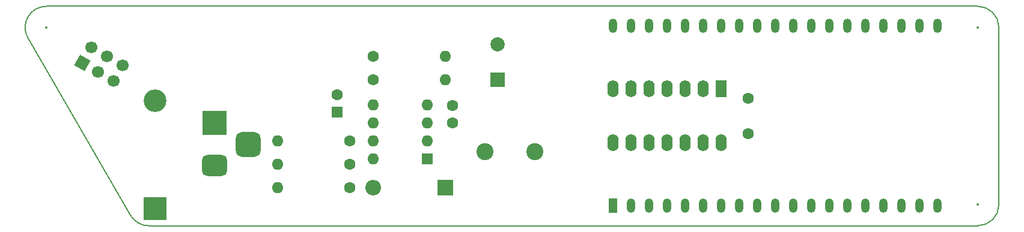
<source format=gbr>
G04 #@! TF.GenerationSoftware,KiCad,Pcbnew,8.0.3*
G04 #@! TF.CreationDate,2024-08-02T00:59:49+02:00*
G04 #@! TF.ProjectId,Controller,436f6e74-726f-46c6-9c65-722e6b696361,rev?*
G04 #@! TF.SameCoordinates,Original*
G04 #@! TF.FileFunction,Profile,NP*
%FSLAX46Y46*%
G04 Gerber Fmt 4.6, Leading zero omitted, Abs format (unit mm)*
G04 Created by KiCad (PCBNEW 8.0.3) date 2024-08-02 00:59:49*
%MOMM*%
%LPD*%
G01*
G04 APERTURE LIST*
G04 Aperture macros list*
%AMRoundRect*
0 Rectangle with rounded corners*
0 $1 Rounding radius*
0 $2 $3 $4 $5 $6 $7 $8 $9 X,Y pos of 4 corners*
0 Add a 4 corners polygon primitive as box body*
4,1,4,$2,$3,$4,$5,$6,$7,$8,$9,$2,$3,0*
0 Add four circle primitives for the rounded corners*
1,1,$1+$1,$2,$3*
1,1,$1+$1,$4,$5*
1,1,$1+$1,$6,$7*
1,1,$1+$1,$8,$9*
0 Add four rect primitives between the rounded corners*
20,1,$1+$1,$2,$3,$4,$5,0*
20,1,$1+$1,$4,$5,$6,$7,0*
20,1,$1+$1,$6,$7,$8,$9,0*
20,1,$1+$1,$8,$9,$2,$3,0*%
%AMHorizOval*
0 Thick line with rounded ends*
0 $1 width*
0 $2 $3 position (X,Y) of the first rounded end (center of the circle)*
0 $4 $5 position (X,Y) of the second rounded end (center of the circle)*
0 Add line between two ends*
20,1,$1,$2,$3,$4,$5,0*
0 Add two circle primitives to create the rounded ends*
1,1,$1,$2,$3*
1,1,$1,$4,$5*%
%AMRotRect*
0 Rectangle, with rotation*
0 The origin of the aperture is its center*
0 $1 length*
0 $2 width*
0 $3 Rotation angle, in degrees counterclockwise*
0 Add horizontal line*
21,1,$1,$2,0,0,$3*%
G04 Aperture macros list end*
G04 #@! TA.AperFunction,Profile*
%ADD10C,0.200000*%
G04 #@! TD*
G04 #@! TA.AperFunction,ComponentPad*
%ADD11R,3.200000X3.200000*%
G04 #@! TD*
G04 #@! TA.AperFunction,ComponentPad*
%ADD12O,3.200000X3.200000*%
G04 #@! TD*
G04 #@! TA.AperFunction,ComponentPad*
%ADD13R,1.600000X2.400000*%
G04 #@! TD*
G04 #@! TA.AperFunction,ComponentPad*
%ADD14O,1.600000X2.400000*%
G04 #@! TD*
G04 #@! TA.AperFunction,ComponentPad*
%ADD15C,1.600000*%
G04 #@! TD*
G04 #@! TA.AperFunction,ComponentPad*
%ADD16O,1.600000X1.600000*%
G04 #@! TD*
G04 #@! TA.AperFunction,ComponentPad*
%ADD17R,2.200000X2.200000*%
G04 #@! TD*
G04 #@! TA.AperFunction,ComponentPad*
%ADD18O,2.200000X2.200000*%
G04 #@! TD*
G04 #@! TA.AperFunction,ComponentPad*
%ADD19R,2.000000X2.000000*%
G04 #@! TD*
G04 #@! TA.AperFunction,ComponentPad*
%ADD20C,2.000000*%
G04 #@! TD*
G04 #@! TA.AperFunction,ComponentPad*
%ADD21R,1.600000X1.600000*%
G04 #@! TD*
G04 #@! TA.AperFunction,ComponentPad*
%ADD22R,1.200000X2.000000*%
G04 #@! TD*
G04 #@! TA.AperFunction,ComponentPad*
%ADD23O,1.200000X2.000000*%
G04 #@! TD*
G04 #@! TA.AperFunction,ComponentPad*
%ADD24R,3.500000X3.500000*%
G04 #@! TD*
G04 #@! TA.AperFunction,ComponentPad*
%ADD25RoundRect,0.750000X1.000000X-0.750000X1.000000X0.750000X-1.000000X0.750000X-1.000000X-0.750000X0*%
G04 #@! TD*
G04 #@! TA.AperFunction,ComponentPad*
%ADD26RoundRect,0.875000X0.875000X-0.875000X0.875000X0.875000X-0.875000X0.875000X-0.875000X-0.875000X0*%
G04 #@! TD*
G04 #@! TA.AperFunction,ComponentPad*
%ADD27RotRect,1.700000X1.700000X60.000000*%
G04 #@! TD*
G04 #@! TA.AperFunction,ComponentPad*
%ADD28HorizOval,1.700000X0.000000X0.000000X0.000000X0.000000X0*%
G04 #@! TD*
G04 #@! TA.AperFunction,ComponentPad*
%ADD29C,2.400000*%
G04 #@! TD*
%ADD30C,0.350000*%
%ADD31O,3.000000X1.000000*%
%ADD32O,1.000000X3.000000*%
G04 APERTURE END LIST*
D10*
X124680469Y-126559101D02*
G75*
G02*
X122085394Y-125064261I131J3000201D01*
G01*
X241448401Y-95559103D02*
X110234671Y-95559102D01*
X107648600Y-100059062D02*
X122085369Y-125064276D01*
X107648600Y-100059062D02*
G75*
G02*
X110234671Y-95559097I2598060J1500002D01*
G01*
X241448401Y-95559103D02*
G75*
G02*
X244448397Y-98559103I-1J-2999997D01*
G01*
X244448403Y-123559104D02*
X244448403Y-98559103D01*
X244448403Y-123559104D02*
G75*
G02*
X241448407Y-126559103I-3000003J4D01*
G01*
X124680469Y-126559101D02*
X241448407Y-126559102D01*
D11*
X125566408Y-124163099D03*
D12*
X125566408Y-108923099D03*
D13*
X205322408Y-107243101D03*
D14*
X202782408Y-107243101D03*
X200242408Y-107243101D03*
X197702408Y-107243101D03*
X195162408Y-107243101D03*
X192622408Y-107243101D03*
X190082408Y-107243101D03*
X190082408Y-114863101D03*
X192622407Y-114863101D03*
X195162408Y-114863101D03*
X197702407Y-114863101D03*
X200242408Y-114863101D03*
X202782407Y-114863101D03*
X205322408Y-114863101D03*
D15*
X152998408Y-121203100D03*
D16*
X142838408Y-121203100D03*
D15*
X156300408Y-102661101D03*
D16*
X166460408Y-102661101D03*
D17*
X166460405Y-121203101D03*
D18*
X156300405Y-121203101D03*
D19*
X173826408Y-105963099D03*
D20*
X173826408Y-100963099D03*
D15*
X152998410Y-114599100D03*
D16*
X142838410Y-114599100D03*
D21*
X151220408Y-110535101D03*
D15*
X151220408Y-108035101D03*
X152998407Y-117901100D03*
D16*
X142838407Y-117901100D03*
D22*
X190082407Y-123743101D03*
D23*
X192622407Y-123743101D03*
X195162407Y-123743101D03*
X197702407Y-123743101D03*
X200242407Y-123743101D03*
X202782407Y-123743101D03*
X205322407Y-123743101D03*
X207862407Y-123743101D03*
X210402407Y-123743101D03*
X212942407Y-123743101D03*
X215482407Y-123743101D03*
X218022407Y-123743101D03*
X220562407Y-123743101D03*
X223102407Y-123743101D03*
X225642407Y-123743101D03*
X228182407Y-123743101D03*
X230722407Y-123743101D03*
X233262407Y-123743101D03*
X235802407Y-123743101D03*
X235799687Y-98346781D03*
X233259687Y-98346781D03*
X230722407Y-98343101D03*
X228182407Y-98343101D03*
X225642407Y-98343101D03*
X223102407Y-98343101D03*
X220562407Y-98343101D03*
X218022407Y-98343101D03*
X215482407Y-98343101D03*
X212942407Y-98343101D03*
X210402407Y-98343101D03*
X207862407Y-98343101D03*
X205322407Y-98343101D03*
X202782407Y-98343101D03*
X200242407Y-98343101D03*
X197702407Y-98343101D03*
X195162407Y-98343101D03*
X192622408Y-98343101D03*
X190082407Y-98343101D03*
D24*
X133948406Y-112059103D03*
D25*
X133948406Y-118059103D03*
D26*
X138648406Y-115059103D03*
D15*
X209082404Y-113543101D03*
X209082404Y-108543101D03*
D27*
X115316000Y-103545705D03*
D28*
X116586000Y-101346000D03*
X117515705Y-104815705D03*
X118785705Y-102616000D03*
X119715409Y-106085705D03*
X120985409Y-103886000D03*
D15*
X156300409Y-105963100D03*
D16*
X166460409Y-105963100D03*
D21*
X163920407Y-117139101D03*
D16*
X163920407Y-114599101D03*
X163920407Y-112059101D03*
X163920407Y-109519101D03*
X156300407Y-109519100D03*
X156300407Y-112059101D03*
X156300407Y-114599100D03*
X156300407Y-117139101D03*
D15*
X167476407Y-112059102D03*
X167476407Y-109559102D03*
D29*
X172048408Y-116123101D03*
X179048408Y-116123101D03*
D30*
X125566408Y-124163099D03*
X125566408Y-108923099D03*
X205322408Y-107243101D03*
X202782408Y-107243101D03*
X200242408Y-107243101D03*
X197702408Y-107243101D03*
X195162408Y-107243101D03*
X192622408Y-107243101D03*
X190082408Y-107243101D03*
X190082408Y-114863101D03*
X192622407Y-114863101D03*
X195162408Y-114863101D03*
X197702407Y-114863101D03*
X200242408Y-114863101D03*
X202782407Y-114863101D03*
X205322408Y-114863101D03*
X152998408Y-121203100D03*
X142838408Y-121203100D03*
X156300408Y-102661101D03*
X166460408Y-102661101D03*
X166460405Y-121203101D03*
X156300405Y-121203101D03*
X173826408Y-105963099D03*
X173826408Y-100963099D03*
X152998410Y-114599100D03*
X142838410Y-114599100D03*
X151220408Y-110535101D03*
X151220408Y-108035101D03*
X152998407Y-117901100D03*
X142838407Y-117901100D03*
X190082407Y-123743101D03*
X192622407Y-123743101D03*
X195162407Y-123743101D03*
X197702407Y-123743101D03*
X200242407Y-123743101D03*
X202782407Y-123743101D03*
X205322407Y-123743101D03*
X207862407Y-123743101D03*
X210402407Y-123743101D03*
X212942407Y-123743101D03*
X215482407Y-123743101D03*
X218022407Y-123743101D03*
X220562407Y-123743101D03*
X223102407Y-123743101D03*
X225642407Y-123743101D03*
X228182407Y-123743101D03*
X230722407Y-123743101D03*
X233262407Y-123743101D03*
X235802407Y-123743101D03*
X235799687Y-98346781D03*
X233259687Y-98346781D03*
X230722407Y-98343101D03*
X228182407Y-98343101D03*
X225642407Y-98343101D03*
X223102407Y-98343101D03*
X220562407Y-98343101D03*
X218022407Y-98343101D03*
X215482407Y-98343101D03*
X212942407Y-98343101D03*
X210402407Y-98343101D03*
X207862407Y-98343101D03*
X205322407Y-98343101D03*
X202782407Y-98343101D03*
X200242407Y-98343101D03*
X197702407Y-98343101D03*
X195162407Y-98343101D03*
X192622408Y-98343101D03*
X190082407Y-98343101D03*
D31*
X133948406Y-112059103D03*
X133948406Y-118059103D03*
D32*
X138648406Y-115059103D03*
D30*
X209082404Y-113543101D03*
X209082404Y-108543101D03*
X115316000Y-103545705D03*
X116586000Y-101346000D03*
X117515705Y-104815705D03*
X118785705Y-102616000D03*
X119715409Y-106085705D03*
X120985409Y-103886000D03*
X156300409Y-105963100D03*
X166460409Y-105963100D03*
X163920407Y-117139101D03*
X163920407Y-114599101D03*
X163920407Y-112059101D03*
X163920407Y-109519101D03*
X156300407Y-109519100D03*
X156300407Y-112059101D03*
X156300407Y-114599100D03*
X156300407Y-117139101D03*
X167476407Y-112059102D03*
X167476407Y-109559102D03*
X172048408Y-116123101D03*
X179048408Y-116123101D03*
X241448403Y-98559103D03*
X110246670Y-98559067D03*
X241448403Y-123559103D03*
M02*

</source>
